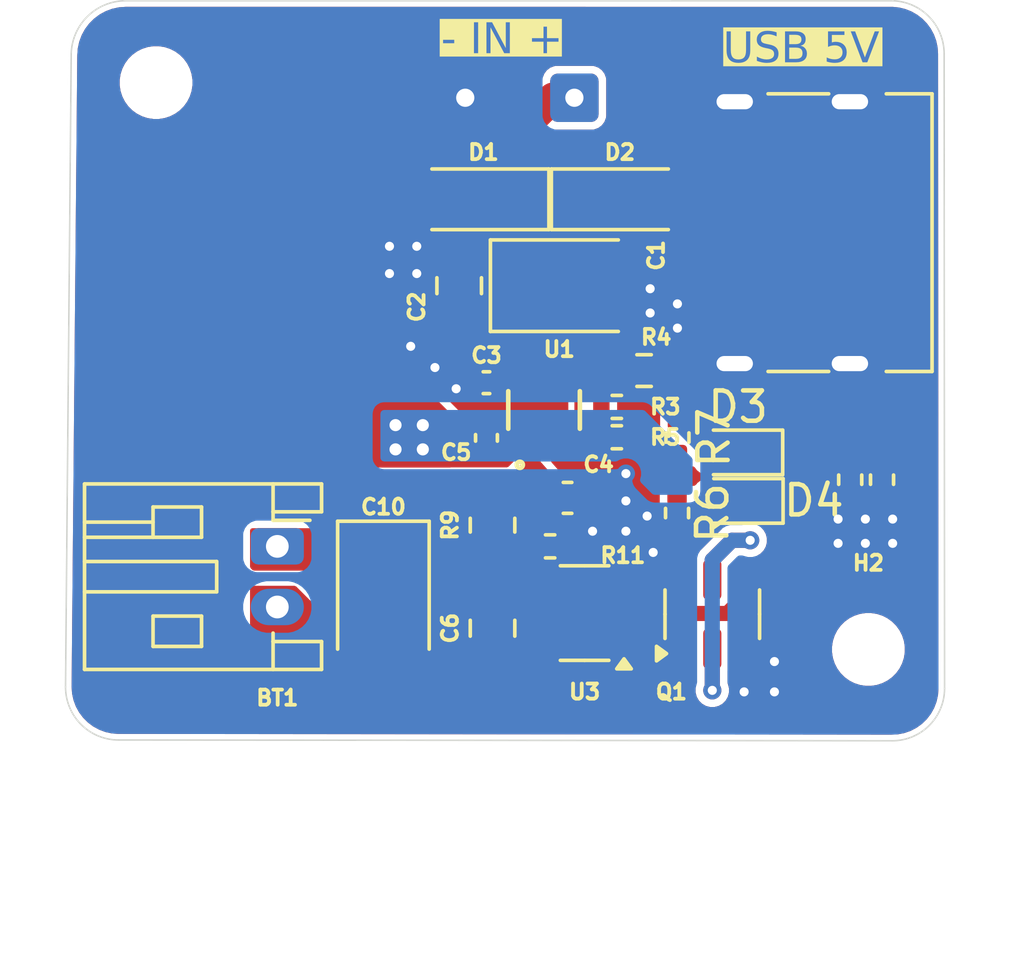
<source format=kicad_pcb>
(kicad_pcb (version 20241229) (generator "pcbnew") (generator_version "9.0")
  (layers (0 "F.Cu" signal) (4 "In1.Cu" power) (6 "In2.Cu" signal) (2 "B.Cu" signal) (13 "F.Paste" user) (15 "B.Paste" user) (5 "F.SilkS" user "F.Silkscreen") (7 "B.SilkS" user "B.Silkscreen") (1 "F.Mask" user) (3 "B.Mask" user) (25 "Edge.Cuts" user))
  (net 0 "")
  (net 1 "-BATT")
  (net 2 "/Solar+")
  (net 3 "VIN")
  (net 4 "GND")
  (net 5 "/ILIM")
  (net 6 "/VBUS")
  (net 7 "/ISET")
  (net 8 "/TS{slash}MR")
  (net 9 "/STAT1")
  (net 10 "VSYS")
  (net 11 "/STAT2")
  (net 12 "/VCC")
  (net 13 "+BATT")
  (net 14 "/CS")
  (net 15 "Net-(J2-CC1)")
  (net 16 "Net-(J2-CC2)")
  (net 17 "Net-(Q1-D1{slash}D2-Pad2)")
  (net 18 "Net-(Q1-G2)")
  (net 19 "Net-(Q1-G1)")
  (net 21 "Net-(D3-A)")
  (net 22 "Net-(D4-A)")
  (footprint "Resistor_SMD:R_0402_1005Metric" (layer "F.Cu") (at 203.2 120.1)
    (property "Reference" "R5" (at 1.6 0 0) (layer "F.SilkS") (effects (font (size 0.5 0.5))))
    (property "Value" "10k")
    (fp_line (start -0.153641 -0.38) (end 0.153641 -0.38) (stroke (width 0.12)) (layer "F.SilkS"))
    (fp_line (start -0.153641 0.38) (end 0.153641 0.38) (stroke (width 0.12)) (layer "F.SilkS"))
    (pad "1" smd roundrect (at -0.51 0) (size 0.54 0.64) (layers "F.Cu" "F.Mask" "F.Paste") (net 8 "/TS{slash}MR"))
    (pad "2" smd roundrect (at 0.51 0) (size 0.54 0.64) (layers "F.Cu" "F.Mask" "F.Paste") (net 4 "GND"))
  )
  (footprint "Capacitor_Tantalum_SMD:CP_EIA-3528-21_Kemet-B" (layer "F.Cu") (at 201.5 115.1)
    (property "Reference" "C1" (at 3 -1 90) (layer "F.SilkS") (effects (font (size 0.5 0.5))))
    (property "Value" "100u")
    (fp_line (start -2.47 -1.51) (end -2.47 1.51) (stroke (width 0.12)) (layer "F.SilkS"))
    (fp_line (start -2.47 1.51) (end 1.75 1.51) (stroke (width 0.12)) (layer "F.SilkS"))
    (fp_line (start 1.75 -1.51) (end -2.47 -1.51) (stroke (width 0.12)) (layer "F.SilkS"))
    (pad "1" smd roundrect (at -1.54 0) (size 1.34 2.39) (layers "F.Cu" "F.Mask" "F.Paste") (roundrect_rratio 0.186567) (net 3 "VIN"))
    (pad "2" smd roundrect (at 1.54 0) (size 1.34 2.39) (layers "F.Cu" "F.Mask" "F.Paste") (roundrect_rratio 0.186567) (net 4 "GND"))
  )
  (footprint "Diode_SMD:D_SOD-123F" (layer "F.Cu") (at 203.25 112.25)
    (property "Reference" "D2" (at 0.05 -1.55 0) (layer "F.SilkS") (effects (font (size 0.5 0.5))))
    (property "Value" "DSL34")
    (fp_line (start -2.21 -1) (end -2.21 1) (stroke (width 0.12)) (layer "F.SilkS"))
    (fp_line (start -2.21 -1) (end 1.65 -1) (stroke (width 0.12)) (layer "F.SilkS"))
    (fp_line (start -2.21 1) (end 1.65 1) (stroke (width 0.12)) (layer "F.SilkS"))
    (pad "1" smd roundrect (at -1.4 0) (size 1.1 1.1) (layers "F.Cu" "F.Mask" "F.Paste") (roundrect_rratio 0.2272727273) (net 3 "VIN"))
    (pad "2" smd roundrect (at 1.4 0) (size 1.1 1.1) (layers "F.Cu" "F.Mask" "F.Paste") (roundrect_rratio 0.2272727273) (net 6 "/VBUS"))
  )
  (footprint "Connector_Wire:SolderWire-0.1sqmm_1x02_P3.6mm_D0.4mm_OD1mm" (layer "F.Cu") (at 201.8 108.9 180)
    (property "Reference" "J1" (hide yes))
    (property "Value" "~")
    (pad "1" thru_hole roundrect (at 0 0 180) (size 1.6 1.6) (drill 0.6) (layers "*.Cu" "*.Mask") (roundrect_rratio 0.15625) (net 2 "/Solar+"))
    (pad "2" thru_hole circle (at 3.6 0 180) (size 1.6 1.6) (drill 0.6) (layers "*.Cu" "*.Mask") (net 4 "GND"))
  )
  (footprint "Diode_SMD:D_SOD-123F" (layer "F.Cu") (at 198.75 112.25 180)
    (property "Reference" "D1" (at -0.05 1.55 0) (layer "F.SilkS") (effects (font (size 0.5 0.5))))
    (property "Value" "DSL34")
    (fp_line (start -2.21 1) (end 1.65 1) (stroke (width 0.12)) (layer "F.SilkS"))
    (fp_line (start -2.21 -1) (end 1.65 -1) (stroke (width 0.12)) (layer "F.SilkS"))
    (fp_line (start -2.21 -1) (end -2.21 1) (stroke (width 0.12)) (layer "F.SilkS"))
    (pad "1" smd roundrect (at -1.4 0 180) (size 1.1 1.1) (layers "F.Cu" "F.Mask" "F.Paste") (roundrect_rratio 0.2272727273) (net 3 "VIN"))
    (pad "2" smd roundrect (at 1.4 0 180) (size 1.1 1.1) (layers "F.Cu" "F.Mask" "F.Paste") (roundrect_rratio 0.2272727273) (net 2 "/Solar+"))
  )
  (footprint "LED_SMD:LED_0603_1608Metric" (layer "F.Cu") (at 207.2 122.2 180)
    (property "Reference" "D4" (at -2.5 0.01 0) (layer "F.SilkS"))
    (property "Value" "KT-0603Y2")
    (fp_line (start 0.8 -0.735) (end -1.485 -0.735) (stroke (width 0.12)) (layer "F.SilkS"))
    (fp_line (start -1.485 0.735) (end 0.8 0.735) (stroke (width 0.12)) (layer "F.SilkS"))
    (fp_line (start -1.485 -0.735) (end -1.485 0.735) (stroke (width 0.12)) (layer "F.SilkS"))
    (pad "1" smd roundrect (at -0.7875 0 180) (size 0.875 0.95) (layers "F.Cu" "F.Mask" "F.Paste") (net 11 "/STAT2"))
    (pad "2" smd roundrect (at 0.7875 0 180) (size 0.875 0.95) (layers "F.Cu" "F.Mask" "F.Paste") (net 22 "Net-(D4-A)"))
  )
  (footprint "Resistor_SMD:R_0603_1608Metric" (layer "F.Cu") (at 204.1 117.9)
    (property "Reference" "R4" (at 0.4 -1.1 180) (layer "F.SilkS") (effects (font (size 0.5 0.5))))
    (property "Value" "620")
    (fp_line (start -0.237258 -0.5225) (end 0.237258 -0.5225) (stroke (width 0.12)) (layer "F.SilkS"))
    (fp_line (start -0.237258 0.5225) (end 0.237258 0.5225) (stroke (width 0.12)) (layer "F.SilkS"))
    (pad "1" smd roundrect (at -0.825 0) (size 0.8 0.95) (layers "F.Cu" "F.Mask" "F.Paste") (net 7 "/ISET"))
    (pad "2" smd roundrect (at 0.825 0) (size 0.8 0.95) (layers "F.Cu" "F.Mask" "F.Paste") (net 4 "GND"))
  )
  (footprint "LED_SMD:LED_0603_1608Metric" (layer "F.Cu") (at 207.1875 120.6 180)
    (property "Reference" "D3" (at -0.0125 1.5 0) (layer "F.SilkS"))
    (property "Value" "KT-0603W")
    (fp_line (start 0.8 -0.735) (end -1.485 -0.735) (stroke (width 0.12)) (layer "F.SilkS"))
    (fp_line (start -1.485 0.735) (end 0.8 0.735) (stroke (width 0.12)) (layer "F.SilkS"))
    (fp_line (start -1.485 -0.735) (end -1.485 0.735) (stroke (width 0.12)) (layer "F.SilkS"))
    (pad "1" smd roundrect (at -0.7875 0 180) (size 0.875 0.95) (layers "F.Cu" "F.Mask" "F.Paste") (net 9 "/STAT1"))
    (pad "2" smd roundrect (at 0.7875 0 180) (size 0.875 0.95) (layers "F.Cu" "F.Mask" "F.Paste") (net 21 "Net-(D3-A)"))
  )
  (footprint "Resistor_SMD:R_0402_1005Metric" (layer "F.Cu") (at 205.1875 122.6 -90)
    (property "Reference" "R6" (at 0 -1.17 90) (layer "F.SilkS"))
    (property "Value" "510")
    (fp_line (start -0.153641 0.38) (end 0.153641 0.38) (stroke (width 0.12)) (layer "F.SilkS"))
    (fp_line (start -0.153641 -0.38) (end 0.153641 -0.38) (stroke (width 0.12)) (layer "F.SilkS"))
    (pad "1" smd roundrect (at -0.51 0 270) (size 0.54 0.64) (layers "F.Cu" "F.Mask" "F.Paste") (net 10 "VSYS"))
    (pad "2" smd roundrect (at 0.51 0 270) (size 0.54 0.64) (layers "F.Cu" "F.Mask" "F.Paste") (net 22 "Net-(D4-A)"))
  )
  (footprint "Snapeda:WSON10_DLH_TEX-L" (layer "F.Cu") (at 200.8 119.2 90)
    (property "Reference" "U1" (at 2 0.5 0) (layer "F.SilkS") (effects (font (size 0.5 0.5))))
    (property "Value" "BQ25185")
    (fp_line (start 0.619403 -1.1811) (end -0.619403 -1.1811) (stroke (width 0.1524)) (layer "F.SilkS"))
    (fp_line (start -0.619403 1.1811) (end 0.619403 1.1811) (stroke (width 0.1524)) (layer "F.SilkS"))
    (fp_circle (center -1.80975 -0.8001) (end -1.70815 -0.8001) (stroke (width 0.1524)) (fill no) (layer "F.SilkS"))
    (pad "1" smd rect (at -1.0795 -0.8001 90) (size 0.5588 0.2032) (layers "F.Cu" "F.Mask" "F.Paste") (net 10 "VSYS"))
    (pad "2" smd rect (at -1.0795 -0.40005 90) (size 0.5588 0.2032) (layers "F.Cu" "F.Mask" "F.Paste") (net 13 "+BATT"))
    (pad "3" smd rect (at -1.0795 0 90) (size 0.5588 0.2032) (layers "F.Cu" "F.Mask" "F.Paste") (net 11 "/STAT2"))
    (pad "4" smd rect (at -1.0795 0.40005 90) (size 0.5588 0.2032) (layers "F.Cu" "F.Mask" "F.Paste") (net 4 "GND"))
    (pad "5" smd rect (at -1.0795 0.8001 90) (size 0.5588 0.2032) (layers "F.Cu" "F.Mask" "F.Paste") (net 4 "GND"))
    (pad "6" smd rect (at 1.0795 0.8001 90) (size 0.5588 0.2032) (layers "F.Cu" "F.Mask" "F.Paste") (net 8 "/TS{slash}MR"))
    (pad "7" smd rect (at 1.0795 0.40005 90) (size 0.5588 0.2032) (layers "F.Cu" "F.Mask" "F.Paste") (net 5 "/ILIM"))
    (pad "8" smd rect (at 1.0795 0 90) (size 0.5588 0.2032) (layers "F.Cu" "F.Mask" "F.Paste") (net 7 "/ISET"))
    (pad "9" smd rect (at 1.0795 -0.40005 90) (size 0.5588 0.2032) (layers "F.Cu" "F.Mask" "F.Paste") (net 9 "/STAT1"))
    (pad "10" smd rect (at 1.0795 -0.8001 90) (size 0.5588 0.2032) (layers "F.Cu" "F.Mask" "F.Paste") (net 3 "VIN"))
    (pad "11" smd rect (at 0 0 90) (size 0.9906 1.6002) (layers "F.Cu" "F.Mask" "F.Paste") (net 4 "GND"))
  )
  (footprint "Resistor_SMD:R_0402_1005Metric" (layer "F.Cu") (at 211.95 121.5 -90)
    (property "Reference" "R1" (hide yes))
    (property "Value" "5.1k" (hide yes))
    (fp_line (start -0.153641 0.38) (end 0.153641 0.38) (stroke (width 0.12)) (layer "F.SilkS"))
    (fp_line (start -0.153641 -0.38) (end 0.153641 -0.38) (stroke (width 0.12)) (layer "F.SilkS"))
    (pad "1" smd roundrect (at -0.51 0 270) (size 0.54 0.64) (layers "F.Cu" "F.Mask" "F.Paste") (net 16 "Net-(J2-CC2)"))
    (pad "2" smd roundrect (at 0.51 0 270) (size 0.54 0.64) (layers "F.Cu" "F.Mask" "F.Paste") (net 4 "GND"))
  )
  (footprint "Resistor_SMD:R_0805_2012Metric" (layer "F.Cu") (at 199.1 123 -90)
    (property "Reference" "R9" (at 0 1.4 90) (layer "F.SilkS") (effects (font (size 0.5 0.5))))
    (property "Value" "100")
    (fp_line (start -0.227064 0.735) (end 0.227064 0.735) (stroke (width 0.12)) (layer "F.SilkS"))
    (fp_line (start -0.227064 -0.735) (end 0.227064 -0.735) (stroke (width 0.12)) (layer "F.SilkS"))
    (pad "1" smd roundrect (at -0.9125 0 270) (size 1.025 1.4) (layers "F.Cu" "F.Mask" "F.Paste") (roundrect_rratio 0.243902) (net 13 "+BATT"))
    (pad "2" smd roundrect (at 0.9125 0 270) (size 1.025 1.4) (layers "F.Cu" "F.Mask" "F.Paste") (roundrect_rratio 0.243902) (net 12 "/VCC"))
  )
  (footprint "Package_TO_SOT_SMD:SOT-23-6" (layer "F.Cu") (at 206.35 125.9375 90)
    (property "Reference" "Q1" (at -2.5625 -1.35 0) (layer "F.SilkS") (effects (font (size 0.5 0.5))))
    (property "Value" "HJ8205")
    (fp_line (start 0 -1.56) (end 0.8 -1.56) (stroke (width 0.12)) (layer "F.SilkS"))
    (fp_line (start 0 -1.56) (end -0.8 -1.56) (stroke (width 0.12)) (layer "F.SilkS"))
    (fp_line (start 0 1.56) (end 0.8 1.56) (stroke (width 0.12)) (layer "F.SilkS"))
    (fp_line (start 0 1.56) (end -0.8 1.56) (stroke (width 0.12)) (layer "F.SilkS"))
    (fp_poly (pts (xy -1.3 -1.51) (xy -1.54 -1.84) (xy -1.06 -1.84)) (stroke (width 0.12)) (fill yes) (layer "F.SilkS"))
    (pad "1" smd roundrect (at -1.1375 -0.95 90) (size 1.325 0.6) (layers "F.Cu" "F.Mask" "F.Paste") (net 1 "-BATT"))
    (pad "2" smd roundrect (at -1.1375 0 90) (size 1.325 0.6) (layers "F.Cu" "F.Mask" "F.Paste") (net 17 "Net-(Q1-D1{slash}D2-Pad2)"))
    (pad "3" smd roundrect (at -1.1375 0.95 90) (size 1.325 0.6) (layers "F.Cu" "F.Mask" "F.Paste") (net 4 "GND"))
    (pad "4" smd roundrect (at 1.1375 0.95 90) (size 1.325 0.6) (layers "F.Cu" "F.Mask" "F.Paste") (net 19 "Net-(Q1-G1)"))
    (pad "5" smd roundrect (at 1.1375 0 90) (size 1.325 0.6) (layers "F.Cu" "F.Mask" "F.Paste") (net 17 "Net-(Q1-D1{slash}D2-Pad2)"))
    (pad "6" smd roundrect (at 1.1375 -0.95 90) (size 1.325 0.6) (layers "F.Cu" "F.Mask" "F.Paste") (net 18 "Net-(Q1-G2)"))
  )
  (footprint "Capacitor_SMD:C_0805_2012Metric" (layer "F.Cu") (at 198 115.1 90)
    (property "Reference" "C2" (at -0.7 -1.4 90) (layer "F.SilkS") (effects (font (size 0.5 0.5))))
    (property "Value" "2.2u 25V")
    (fp_line (start -0.261252 -0.735) (end 0.261252 -0.735) (stroke (width 0.12)) (layer "F.SilkS"))
    (fp_line (start -0.261252 0.735) (end 0.261252 0.735) (stroke (width 0.12)) (layer "F.SilkS"))
    (pad "1" smd roundrect (at -0.95 0 90) (size 1 1.45) (layers "F.Cu" "F.Mask" "F.Paste") (net 3 "VIN"))
    (pad "2" smd roundrect (at 0.95 0 90) (size 1 1.45) (layers "F.Cu" "F.Mask" "F.Paste") (net 4 "GND"))
  )
  (footprint "Resistor_SMD:R_0402_1005Metric" (layer "F.Cu") (at 210.9 121.5 -90)
    (property "Reference" "R2" (hide yes))
    (property "Value" "5.1k" (hide yes))
    (fp_line (start -0.153641 0.38) (end 0.153641 0.38) (stroke (width 0.12)) (layer "F.SilkS"))
    (fp_line (start -0.153641 -0.38) (end 0.153641 -0.38) (stroke (width 0.12)) (layer "F.SilkS"))
    (pad "1" smd roundrect (at -0.51 0 270) (size 0.54 0.64) (layers "F.Cu" "F.Mask" "F.Paste") (net 15 "Net-(J2-CC1)"))
    (pad "2" smd roundrect (at 0.51 0 270) (size 0.54 0.64) (layers "F.Cu" "F.Mask" "F.Paste") (net 4 "GND"))
  )
  (footprint "Resistor_SMD:R_0402_1005Metric" (layer "F.Cu") (at 205.2 120.11 90)
    (property "Reference" "R7" (at 0 1.2 90) (layer "F.SilkS"))
    (property "Value" "300")
    (fp_line (start -0.153641 -0.38) (end 0.153641 -0.38) (stroke (width 0.12)) (layer "F.SilkS"))
    (fp_line (start -0.153641 0.38) (end 0.153641 0.38) (stroke (width 0.12)) (layer "F.SilkS"))
    (pad "1" smd roundrect (at -0.51 0 90) (size 0.54 0.64) (layers "F.Cu" "F.Mask" "F.Paste") (net 10 "VSYS"))
    (pad "2" smd roundrect (at 0.51 0 90) (size 0.54 0.64) (layers "F.Cu" "F.Mask" "F.Paste") (net 21 "Net-(D3-A)"))
  )
  (footprint "Capacitor_SMD:C_0603_1608Metric" (layer "F.Cu") (at 201.575 122.1)
    (property "Reference" "C4" (at 1.025 -1.1 180) (layer "F.SilkS") (effects (font (size 0.5 0.5))))
    (property "Value" "1u 35V")
    (fp_line (start -0.14058 -0.51) (end 0.14058 -0.51) (stroke (width 0.12)) (layer "F.SilkS"))
    (fp_line (start -0.14058 0.51) (end 0.14058 0.51) (stroke (width 0.12)) (layer "F.SilkS"))
    (pad "1" smd roundrect (at -0.775 0) (size 0.9 0.95) (layers "F.Cu" "F.Mask" "F.Paste") (net 13 "+BATT"))
    (pad "2" smd roundrect (at 0.775 0) (size 0.9 0.95) (layers "F.Cu" "F.Mask" "F.Paste") (net 4 "GND"))
  )
  (footprint "Capacitor_SMD:C_0402_1005Metric" (layer "F.Cu") (at 198.9 120.12 90)
    (property "Reference" "C5" (at -0.48 -1 180) (layer "F.SilkS") (effects (font (size 0.5 0.5))))
    (property "Value" "10p 10V")
    (fp_line (start -0.107836 -0.36) (end 0.107836 -0.36) (stroke (width 0.12)) (layer "F.SilkS"))
    (fp_line (start -0.107836 0.36) (end 0.107836 0.36) (stroke (width 0.12)) (layer "F.SilkS"))
    (pad "1" smd roundrect (at -0.48 0 90) (size 0.56 0.62) (layers "F.Cu" "F.Mask" "F.Paste") (net 10 "VSYS"))
    (pad "2" smd roundrect (at 0.48 0 90) (size 0.56 0.62) (layers "F.Cu" "F.Mask" "F.Paste") (net 4 "GND"))
  )
  (footprint "Package_TO_SOT_SMD:SOT-23-6" (layer "F.Cu") (at 202.1375 125.9 180)
    (property "Reference" "U3" (at 0 -2.6 0) (layer "F.SilkS") (effects (font (size 0.5 0.5))))
    (property "Value" "DW01A - C686633")
    (fp_line (start 0 1.56) (end 0.8 1.56) (stroke (width 0.12)) (layer "F.SilkS"))
    (fp_line (start 0 1.56) (end -0.8 1.56) (stroke (width 0.12)) (layer "F.SilkS"))
    (fp_line (start 0 -1.56) (end 0.8 -1.56) (stroke (width 0.12)) (layer "F.SilkS"))
    (fp_line (start 0 -1.56) (end -0.8 -1.56) (stroke (width 0.12)) (layer "F.SilkS"))
    (fp_poly (pts (xy -1.3 -1.51) (xy -1.54 -1.84) (xy -1.06 -1.84)) (stroke (width 0.12)) (fill yes) (layer "F.SilkS"))
    (pad "1" smd roundrect (at -1.1375 -0.95 180) (size 1.325 0.6) (layers "F.Cu" "F.Mask" "F.Paste") (net 19 "Net-(Q1-G1)"))
    (pad "2" smd roundrect (at -1.1375 0 180) (size 1.325 0.6) (layers "F.Cu" "F.Mask" "F.Paste") (net 14 "/CS"))
    (pad "3" smd roundrect (at -1.1375 0.95 180) (size 1.325 0.6) (layers "F.Cu" "F.Mask" "F.Paste") (net 18 "Net-(Q1-G2)"))
    (pad "4" smd roundrect (at 1.1375 0.95 180) (size 1.325 0.6) (layers "F.Cu" "F.Mask" "F.Paste"))
    (pad "5" smd roundrect (at 1.1375 0 180) (size 1.325 0.6) (layers "F.Cu" "F.Mask" "F.Paste") (net 12 "/VCC"))
    (pad "6" smd roundrect (at 1.1375 -0.95 180) (size 1.325 0.6) (layers "F.Cu" "F.Mask" "F.Paste") (net 1 "-BATT"))
  )
  (footprint "MountingHole:MountingHole_2.2mm_M2_DIN965" (layer "F.Cu") (at 188 108.4)
    (property "Reference" "H1" (hide yes))
    (property "Value" "MountingHole")
    (pad "" np_thru_hole circle (at 0 0) (size 2.2 2.2) (drill 2.2) (layers "*.Cu" "*.Mask"))
  )
  (footprint "Resistor_SMD:R_0402_1005Metric" (layer "F.Cu") (at 203.2 119.1)
    (property "Reference" "R3" (at 1.6 0 0) (layer "F.SilkS") (effects (font (size 0.5 0.5))))
    (property "Value" "18k")
    (fp_line (start -0.153641 -0.38) (end 0.153641 -0.38) (stroke (width 0.12)) (layer "F.SilkS"))
    (fp_line (start -0.153641 0.38) (end 0.153641 0.38) (stroke (width 0.12)) (layer "F.SilkS"))
    (pad "1" smd roundrect (at -0.51 0) (size 0.54 0.64) (layers "F.Cu" "F.Mask" "F.Paste") (net 5 "/ILIM"))
    (pad "2" smd roundrect (at 0.51 0) (size 0.54 0.64) (layers "F.Cu" "F.Mask" "F.Paste") (net 4 "GND"))
  )
  (footprint "Connector_USB:USB_C_Receptacle_HRO_TYPE-C-31-M-17" (layer "F.Cu") (at 210.09 113.35 90)
    (property "Reference" "J2" (hide yes))
    (property "Value" "UKDBBTAAA" (hide yes))
    (fp_line (start 4.58 -1.9) (end 4.58 0.1) (stroke (width 0.12)) (layer "F.SilkS"))
    (fp_line (start -4.58 -1.9) (end -4.58 0.1) (stroke (width 0.12)) (layer "F.SilkS"))
    (fp_line (start 4.58 2) (end 4.58 3.51) (stroke (width 0.12)) (layer "F.SilkS"))
    (fp_line (start -4.58 2) (end -4.58 3.51) (stroke (width 0.12)) (layer "F.SilkS"))
    (fp_line (start -4.58 3.51) (end 4.58 3.51) (stroke (width 0.12)) (layer "F.SilkS"))
    (pad "A5" smd roundrect (at -0.5 -3.18 90) (size 0.7 1.6) (layers "F.Cu" "F.Mask" "F.Paste") (net 15 "Net-(J2-CC1)"))
    (pad "A9" smd roundrect (at 1.52 -3.18 90) (size 0.8 1.6) (layers "F.Cu" "F.Mask" "F.Paste") (net 6 "/VBUS"))
    (pad "A12" smd roundrect (at 2.75 -3.18 90) (size 0.9 1.6) (layers "F.Cu" "F.Mask" "F.Paste") (net 4 "GND"))
    (pad "B5" smd roundrect (at 0.5 -3.18 90) (size 0.7 1.6) (layers "F.Cu" "F.Mask" "F.Paste") (net 16 "Net-(J2-CC2)"))
    (pad "B9" smd roundrect (at -1.52 -3.18 90) (size 0.8 1.6) (layers "F.Cu" "F.Mask" "F.Paste") (net 6 "/VBUS"))
    (pad "B12" smd roundrect (at -2.75 -3.18 90) (size 0.9 1.6) (layers "F.Cu" "F.Mask" "F.Paste") (net 4 "GND"))
    (pad "S1" thru_hole oval (at -4.32 -3 90) (size 1 1.7) (drill oval 0.5 1.2) (property pad_prop_heatsink) (layers "*.Cu" "*.Mask") (net 4 "GND"))
    (pad "S1" thru_hole oval (at -4.32 0.8 90) (size 1 1.7) (drill oval 0.5 1.2) (property pad_prop_heatsink) (layers "*.Cu" "*.Mask") (net 4 "GND"))
    (pad "S1" thru_hole oval (at 4.32 -3 90) (size 1 1.7) (drill oval 0.5 1.2) (property pad_prop_heatsink) (layers "*.Cu" "*.Mask") (net 4 "GND"))
    (pad "S1" thru_hole oval (at 4.32 0.8 90) (size 1 1.7) (drill oval 0.5 1.2) (property pad_prop_heatsink) (layers "*.Cu" "*.Mask") (net 4 "GND"))
  )
  (footprint "Capacitor_Tantalum_SMD:CP_EIA-3528-21_Kemet-B" (layer "F.Cu") (at 195.5 125.34 -90)
    (property "Reference" "C10" (at -2.94 0 180) (layer "F.SilkS") (effects (font (size 0.5 0.5))))
    (property "Value" "100u")
    (fp_line (start -2.47 1.51) (end 1.75 1.51) (stroke (width 0.12)) (layer "F.SilkS"))
    (fp_line (start -2.47 -1.51) (end -2.47 1.51) (stroke (width 0.12)) (layer "F.SilkS"))
    (fp_line (start 1.75 -1.51) (end -2.47 -1.51) (stroke (width 0.12)) (layer "F.SilkS"))
    (pad "1" smd roundrect (at -1.54 0 270) (size 1.34 2.39) (layers "F.Cu" "F.Mask" "F.Paste") (roundrect_rratio 0.186567) (net 13 "+BATT"))
    (pad "2" smd roundrect (at 1.54 0 270) (size 1.34 2.39) (layers "F.Cu" "F.Mask" "F.Paste") (roundrect_rratio 0.186567) (net 1 "-BATT"))
  )
  (footprint "Capacitor_SMD:C_0805_2012Metric" (layer "F.Cu") (at 199.1 126.4 -90)
    (property "Reference" "C6" (at 0 1.4 270) (layer "F.SilkS") (effects (font (size 0.5 0.5))))
    (property "Value" "100n")
    (fp_line (start -0.261252 0.735) (end 0.261252 0.735) (stroke (width 0.12)) (layer "F.SilkS"))
    (fp_line (start -0.261252 -0.735) (end 0.261252 -0.735) (stroke (width 0.12)) (layer "F.SilkS"))
    (pad "1" smd roundrect (at -0.95 0 270) (size 1 1.45) (layers "F.Cu" "F.Mask" "F.Paste") (net 12 "/VCC"))
    (pad "2" smd roundrect (at 0.95 0 270) (size 1 1.45) (layers "F.Cu" "F.Mask" "F.Paste") (net 1 "-BATT"))
  )
  (footprint "Resistor_SMD:R_0402_1005Metric" (layer "F.Cu") (at 201 123.7)
    (property "Reference" "R11" (at 2.4 0.3 0) (layer "F.SilkS") (effects (font (size 0.5 0.5))))
    (property "Value" "1k")
    (fp_line (start -0.153641 -0.38) (end 0.153641 -0.38) (stroke (width 0.12)) (layer "F.SilkS"))
    (fp_line (start -0.153641 0.38) (end 0.153641 0.38) (stroke (width 0.12)) (layer "F.SilkS"))
    (pad "1" smd roundrect (at -0.51 0) (size 0.54 0.64) (layers "F.Cu" "F.Mask" "F.Paste") (net 4 "GND"))
    (pad "2" smd roundrect (at 0.51 0) (size 0.54 0.64) (layers "F.Cu" "F.Mask" "F.Paste") (net 14 "/CS"))
  )
  (footprint "Capacitor_SMD:C_0402_1005Metric" (layer "F.Cu") (at 198.9 118.3 180)
    (property "Reference" "C3" (at 0 0.9 180) (layer "F.SilkS") (effects (font (size 0.5 0.5))))
    (property "Value" "0.1u 25V")
    (fp_line (start -0.107836 0.36) (end 0.107836 0.36) (stroke (width 0.12)) (layer "F.SilkS"))
    (fp_line (start -0.107836 -0.36) (end 0.107836 -0.36) (stroke (width 0.12)) (layer "F.SilkS"))
    (pad "1" smd roundrect (at -0.48 0 180) (size 0.56 0.62) (layers "F.Cu" "F.Mask" "F.Paste") (net 3 "VIN"))
    (pad "2" smd roundrect (at 0.48 0 180) (size 0.56 0.62) (layers "F.Cu" "F.Mask" "F.Paste") (net 4 "GND"))
  )
  (footprint "Connector_JST:JST_PH_S2B-PH-K_1x02_P2.00mm_Horizontal" (layer "F.Cu") (at 192 123.7 -90)
    (property "Reference" "BT1" (at 5 0 180) (layer "F.SilkS") (effects (font (size 0.5 0.5))))
    (property "Value" "Battery_Cell")
    (fp_line (start -2.06 6.36) (end 4.06 6.36) (stroke (width 0.12)) (layer "F.SilkS"))
    (fp_line (start 0.5 6.36) (end 0.5 2) (stroke (width 0.12)) (layer "F.SilkS"))
    (fp_line (start 4.06 6.36) (end 4.06 -1.46) (stroke (width 0.12)) (layer "F.SilkS"))
    (fp_line (start -1.3 4.1) (end -0.3 4.1) (stroke (width 0.12)) (layer "F.SilkS"))
    (fp_line (start -0.8 4.1) (end -0.8 6.36) (stroke (width 0.12)) (layer "F.SilkS"))
    (fp_line (start -0.3 4.1) (end -0.3 6.36) (stroke (width 0.12)) (layer "F.SilkS"))
    (fp_line (start -0.3 4.1) (end -0.3 2.5) (stroke (width 0.12)) (layer "F.SilkS"))
    (fp_line (start 2.3 4.1) (end 2.3 2.5) (stroke (width 0.12)) (layer "F.SilkS"))
    (fp_line (start 3.3 4.1) (end 2.3 4.1) (stroke (width 0.12)) (layer "F.SilkS"))
    (fp_line (start -1.3 2.5) (end -1.3 4.1) (stroke (width 0.12)) (layer "F.SilkS"))
    (fp_line (start -0.3 2.5) (end -1.3 2.5) (stroke (width 0.12)) (layer "F.SilkS"))
    (fp_line (start 2.3 2.5) (end 3.3 2.5) (stroke (width 0.12)) (layer "F.SilkS"))
    (fp_line (start 3.3 2.5) (end 3.3 4.1) (stroke (width 0.12)) (layer "F.SilkS"))
    (fp_line (start 0.5 2) (end 1.5 2) (stroke (width 0.12)) (layer "F.SilkS"))
    (fp_line (start 1.5 2) (end 1.5 6.36) (stroke (width 0.12)) (layer "F.SilkS"))
    (fp_line (start -2.06 0.14) (end -1.14 0.14) (stroke (width 0.12)) (layer "F.SilkS"))
    (fp_line (start -1.14 0.14) (end -1.14 -1.46) (stroke (width 0.12)) (layer "F.SilkS"))
    (fp_line (start -0.86 0.14) (end -1.14 0.14) (stroke (width 0.12)) (layer "F.SilkS"))
    (fp_line (start -0.86 0.14) (end -0.86 -1.075) (stroke (width 0.12)) (layer "F.SilkS"))
    (fp_line (start 3.14 0.14) (end 2.86 0.14) (stroke (width 0.12)) (layer "F.SilkS"))
    (fp_line (start 4.06 0.14) (end 3.14 0.14) (stroke (width 0.12)) (layer "F.SilkS"))
    (fp_line (start -2.06 -1.46) (end -2.06 6.36) (stroke (width 0.12)) (layer "F.SilkS"))
    (fp_line (start -1.14 -1.46) (end -2.06 -1.46) (stroke (width 0.12)) (layer "F.SilkS"))
    (fp_line (start 3.14 -1.46) (end 3.14 0.14) (stroke (width 0.12)) (layer "F.SilkS"))
    (fp_line (start 4.06 -1.46) (end 3.14 -1.46) (stroke (width 0.12)) (layer "F.SilkS"))
    (pad "1" thru_hole roundrect (at 0 0 270) (size 1.2 1.75) (drill 0.75) (layers "*.Cu" "*.Mask") (roundrect_rratio 0.208333) (net 13 "+BATT"))
    (pad "2" thru_hole oval (at 2 0 270) (size 1.2 1.75) (drill 0.75) (layers "*.Cu" "*.Mask") (net 1 "-BATT"))
  )
  (footprint "MountingHole:MountingHole_2.2mm_M2_DIN965" (layer "F.Cu") (at 211.5 127.1)
    (property "Reference" "H2" (at 0 -2.85 0) (layer "F.SilkS") (effects (font (size 0.5 0.5))))
    (property "Value" "MountingHole")
    (pad "" np_thru_hole circle (at 0 0) (size 2.2 2.2) (drill 2.2) (layers "*.Cu" "*.Mask"))
  )
  (gr_arc (start 214.012887 128.3875) (mid 213.489618 129.625332) (end 212.237138 130.1125) (stroke (width 0.05)) (layer "Edge.Cuts"))
  (gr_line (start 213.998554 107.449244) (end 214.012887 128.3875) (stroke (width 0.05)) (layer "Edge.Cuts"))
  (gr_arc (start 186.762862 130.0875) (mid 185.525425 129.574937) (end 185.012862 128.3375) (stroke (width 0.05)) (layer "Edge.Cuts"))
  (gr_line (start 212.237138 130.1125) (end 186.762862 130.0875) (stroke (width 0.05)) (layer "Edge.Cuts"))
  (gr_arc (start 212.3 105.7) (mid 213.504056 106.230127) (end 213.998567 107.449244) (stroke (width 0.05)) (layer "Edge.Cuts"))
  (gr_arc (start 185.2 107.5) (mid 185.727208 106.227208) (end 187 105.7) (stroke (width 0.05)) (layer "Edge.Cuts"))
  (gr_line (start 212.301433 105.700756) (end 187 105.7) (stroke (width 0.05)) (layer "Edge.Cuts"))
  (gr_line (start 185.2 107.5) (end 185.012862 128.3375) (stroke (width 0.05)) (layer "Edge.Cuts"))
  (gr_text "- IN +\n" (at 197.4 107.6 0) (layer "F.SilkS" knockout) (effects (font (size 1 1) (thickness 0.1)) (justify left bottom)))
  (gr_text "USB 5V" (at 206.7 107.9 0) (layer "F.SilkS" knockout) (effects (font (size 1 1) (thickness 0.1)) (justify left bottom)))
  (segment (start 201.8 108.9) (end 201.1 108.9) (width 1) (layer "F.Cu") (net 2))
  (segment (start 201.1 108.9) (end 197.75 112.25) (width 1) (layer "F.Cu") (net 2))
  (segment (start 197.75 112.25) (end 197.35 112.25) (width 1) (layer "F.Cu") (net 2))
  (via (at 205.2 116.5) (size 0.6) (drill 0.3) (layers "F.Cu" "B.Cu") (net 4))
  (via (at 203.5 121.3) (size 0.6) (drill 0.3) (layers "F.Cu" "B.Cu") (net 4))
  (via (at 208.4 128.5) (size 0.6) (drill 0.3) (layers "F.Cu" "B.Cu") (net 4))
  (via (at 207.4 128.5) (size 0.6) (drill 0.3) (layers "F.Cu" "B.Cu") (net 4))
  (via (at 203.5 123.2) (size 0.6) (drill 0.3) (layers "F.Cu" "B.Cu") (net 4))
  (via (at 204.3 116) (size 0.6) (drill 0.3) (layers "F.Cu" "B.Cu") (net 4))
  (via (at 211.4 122.8) (size 0.6) (drill 0.3) (layers "F.Cu" "B.Cu") (net 4))
  (via (at 210.5 122.8) (size 0.6) (drill 0.3) (layers "F.Cu" "B.Cu") (net 4))
  (via (at 210.5 123.6) (size 0.6) (drill 0.3) (layers "F.Cu" "B.Cu") (net 4))
  (via (at 195.7 113.8) (size 0.6) (drill 0.3) (layers "F.Cu" "B.Cu") (net 4))
  (via (at 203.5 122.2) (size 0.6) (drill 0.3) (layers "F.Cu" "B.Cu") (net 4))
  (via (at 212.3 122.8) (size 0.6) (drill 0.3) (layers "F.Cu" "B.Cu") (net 4))
  (via (at 196.4 117.1) (size 0.6) (drill 0.3) (layers "F.Cu" "B.Cu") (net 4))
  (via (at 196.6 114.7) (size 0.6) (drill 0.3) (layers "F.Cu" "B.Cu") (net 4))
  (via (at 212.3 123.6) (size 0.6) (drill 0.3) (layers "F.Cu" "B.Cu") (net 4))
  (via (at 197.2 117.8) (size 0.6) (drill 0.3) (layers "F.Cu" "B.Cu") (net 4))
  (via (at 211.4 123.6) (size 0.6) (drill 0.3) (layers "F.Cu" "B.Cu") (net 4))
  (via (at 204.4 123.9) (size 0.6) (drill 0.3) (layers "F.Cu" "B.Cu") (net 4))
  (via (at 202.4 123.2) (size 0.6) (drill 0.3) (layers "F.Cu" "B.Cu") (net 4))
  (via (at 196.6 113.8) (size 0.6) (drill 0.3) (layers "F.Cu" "B.Cu") (net 4))
  (via (at 195.7 114.7) (size 0.6) (drill 0.3) (layers "F.Cu" "B.Cu") (net 4))
  (via (at 204.2 122.7) (size 0.6) (drill 0.3) (layers "F.Cu" "B.Cu") (net 4))
  (via (at 205.2 115.7) (size 0.6) (drill 0.3) (layers "F.Cu" "B.Cu") (net 4))
  (via (at 197.9 118.5) (size 0.6) (drill 0.3) (layers "F.Cu" "B.Cu") (net 4))
  (via (at 208.4 127.5) (size 0.6) (drill 0.3) (layers "F.Cu" "B.Cu") (net 4))
  (via (at 204.3 115.2) (size 0.6) (drill 0.3) (layers "F.Cu" "B.Cu") (net 4))
  (segment (start 201.20005 117.58755) (end 201.20005 118.1205) (width 0.15) (layer "F.Cu") (net 5))
  (segment (start 202.69 119.1) (end 202.69 118.99) (width 0.15) (layer "F.Cu") (net 5))
  (segment (start 202.69 118.99) (end 202.3 118.6) (width 0.15) (layer "F.Cu") (net 5))
  (segment (start 202.3 118.6) (end 202.3 117.7) (width 0.15) (layer "F.Cu") (net 5))
  (segment (start 201.2876 117.5) (end 201.20005 117.58755) (width 0.15) (layer "F.Cu") (net 5))
  (segment (start 202.3 117.7) (end 202.1 117.5) (width 0.15) (layer "F.Cu") (net 5))
  (segment (start 202.1 117.5) (end 201.2876 117.5) (width 0.15) (layer "F.Cu") (net 5))
  (segment (start 204.65 113.456924) (end 204.65 112.25) (width 0.75) (layer "F.Cu") (net 6))
  (segment (start 205.07 111.83) (end 204.65 112.25) (width 0.75) (layer "F.Cu") (net 6))
  (segment (start 206.91 111.83) (end 205.07 111.83) (width 0.75) (layer "F.Cu") (net 6))
  (segment (start 206.063076 114.87) (end 204.65 113.456924) (width 0.75) (layer "F.Cu") (net 6))
  (segment (start 206.91 114.87) (end 206.063076 114.87) (width 0.75) (layer "F.Cu") (net 6))
  (segment (start 203.275 117.9) (end 203.275 117.575) (width 0.15) (layer "F.Cu") (net 7))
  (segment (start 201.194449 117.2) (end 200.8 117.594449) (width 0.15) (layer "F.Cu") (net 7))
  (segment (start 203.275 117.575) (end 202.9 117.2) (width 0.15) (layer "F.Cu") (net 7))
  (segment (start 200.8 117.594449) (end 200.8 118.1205) (width 0.15) (layer "F.Cu") (net 7))
  (segment (start 202.9 117.2) (end 201.194449 117.2) (width 0.15) (layer "F.Cu") (net 7))
  (segment (start 201.8761 119.2861) (end 201.8761 118.3965) (width 0.15) (layer "F.Cu") (net 8))
  (segment (start 202.69 120.1) (end 201.8761 119.2861) (width 0.15) (layer "F.Cu") (net 8))
  (segment (start 201.8761 118.3965) (end 201.6001 118.1205) (width 0.15) (layer "F.Cu") (net 8))
  (via (at 196.8 120.5) (size 0.7) (drill 0.4) (layers "F.Cu" "B.Cu") (net 10))
  (via (at 195.9 120.5) (size 0.7) (drill 0.4) (layers "F.Cu" "B.Cu") (net 10))
  (via (at 195.9 119.7) (size 0.7) (drill 0.4) (layers "F.Cu" "B.Cu") (net 10))
  (via (at 196.8 119.7) (size 0.7) (drill 0.4) (layers "F.Cu" "B.Cu") (net 10))
  (segment (start 199.1 123.9125) (end 199.1 125.45) (width 0.75) (layer "F.Cu") (net 12))
  (segment (start 199.1 125.45) (end 199.55 125.9) (width 0.75) (layer "F.Cu") (net 12))
  (segment (start 199.55 125.9) (end 201 125.9) (width 0.75) (layer "F.Cu") (net 12))
  (segment (start 192.1 123.8) (end 192 123.7) (width 1) (layer "F.Cu") (net 13))
  (segment (start 202.0135 124.2035) (end 201.51 123.7) (width 0.3) (layer "F.Cu") (net 14))
  (segment (start 203.275 125.9) (end 202.612501 125.9) (width 0.3) (layer "F.Cu") (net 14))
  (segment (start 202.0135 125.300999) (end 202.0135 124.2035) (width 0.3) (layer "F.Cu") (net 14))
  (segment (start 202.612501 125.9) (end 202.0135 125.300999) (width 0.3) (layer "F.Cu") (net 14))
  (segment (start 209 119.09) (end 210.9 120.99) (width 0.3) (layer "F.Cu") (net 15))
  (segment (start 207.71 113.85) (end 209 115.14) (width 0.3) (layer "F.Cu") (net 15))
  (segment (start 209 115.14) (end 209 119.09) (width 0.3) (layer "F.Cu") (net 15))
  (segment (start 206.91 113.85) (end 207.71 113.85) (width 0.3) (layer "F.Cu") (net 15))
  (segment (start 209.45 112.85) (end 212.6 116) (width 0.3) (layer "F.Cu") (net 16))
  (segment (start 212.6 116) (end 212.6 120.34) (width 0.3) (layer "F.Cu") (net 16))
  (segment (start 206.91 112.85) (end 209.45 112.85) (width 0.3) (layer "F.Cu") (net 16))
  (segment (start 212.6 120.34) (end 211.95 120.99) (width 0.3) (layer "F.Cu") (net 16))
  (segment (start 206.35 124.15) (end 206.35 124.8) (width 0.5) (layer "F.Cu") (net 17))
  (segment (start 206.35 128.45) (end 206.35 127.075) (width 0.5) (layer "F.Cu") (net 17))
  (segment (start 207.6 123.5) (end 207 123.5) (width 0.5) (layer "F.Cu") (net 17))
  (segment (start 207 123.5) (end 206.35 124.15) (width 0.5) (layer "F.Cu") (net 17))
  (via (at 207.6 123.5) (size 0.6) (drill 0.3) (layers "F.Cu" "B.Cu") (net 17))
  (via (at 206.35 128.45) (size 0.6) (drill 0.3) (layers "F.Cu" "B.Cu") (net 17))
  (segment (start 206.35 124.15) (end 206.35 128.45) (width 0.5) (layer "B.Cu") (net 17))
  (segment (start 207.6 123.5) (end 207 123.5) (width 0.5) (layer "B.Cu") (net 17))
  (segment (start 207 123.5) (end 206.35 124.15) (width 0.5) (layer "B.Cu") (net 17))
  (segment (start 203.275 124.95) (end 205.25 124.95) (width 0.5) (layer "F.Cu") (net 18))
  (segment (start 205.25 124.95) (end 205.4 124.8) (width 0.5) (layer "F.Cu") (net 18))
  (segment (start 206.848999 125.9135) (end 207.3 125.462499) (width 0.5) (layer "F.Cu") (net 19))
  (segment (start 207.3 125.462499) (end 207.3 124.8) (width 0.5) (layer "F.Cu") (net 19))
  (segment (start 204.9865 125.9135) (end 206.848999 125.9135) (width 0.5) (layer "F.Cu") (net 19))
  (segment (start 203.275 126.85) (end 204.05 126.85) (width 0.5) (layer "F.Cu") (net 19))
  (segment (start 204.05 126.85) (end 204.9865 125.9135) (width 0.5) (layer "F.Cu") (net 19))
  (segment (start 205.4 119.6) (end 206.4 120.6) (width 0.3) (layer "F.Cu") (net 21))
  (segment (start 205.2 119.6) (end 205.4 119.6) (width 0.3) (layer "F.Cu") (net 21))
  (segment (start 205.5025 123.11) (end 206.4125 122.2) (width 0.3) (layer "F.Cu") (net 22))
  (segment (start 205.1875 123.11) (end 205.5025 123.11) (width 0.3) (layer "F.Cu") (net 22))
  (zone (net 1) (net_name "-BATT") (layer "F.Cu") (priority 4) (connect_pads yes (clearance 0.15)) (min_thickness 0.15) (fill yes (thermal_gap 0.5) (thermal_bridge_width 0.5))
    (polygon (pts (xy 205.7 126.4) (xy 205.1 126.4) (xy 205.1 127) (xy 204.2 127.9) (xy 202.6 127.9) (xy 201.7 127) (xy 201.7 126.5) (xy 200.2 126.5) (xy 199.9 126.8) (xy 197.3 126.8) (xy 196.7 126.2) (xy 193.8 126.2) (xy 192.6 125) (xy 191.1 125) (xy 191.1 126.4) (xy 193.8 129.1) (xy 204.4 129.1) (xy 205.7 127.8)))
  )
  (zone (net 10) (net_name "VSYS") (layer "F.Cu") (priority 3) (connect_pads yes (clearance 0.15)) (min_thickness 0.15) (fill yes (thermal_gap 0.5) (thermal_bridge_width 0.5))
    (polygon (pts (xy 200.1 120) (xy 200.1 120.6) (xy 199.6 121.1) (xy 191.5 121.1) (xy 191.5 118.2) (xy 196.6 118.2) (xy 198.4 120)))
  )
  (zone (net 3) (net_name "VIN") (layer "F.Cu") (priority 1) (connect_pads yes (clearance 0.09)) (min_thickness 0.15) (fill yes (thermal_gap 0.5) (thermal_bridge_width 0.5))
    (polygon (pts (xy 200.1 118.4) (xy 199.9 118.4) (xy 199.6 118.1) (xy 198.6 118.1) (xy 197.2 116.7) (xy 197.2 115.5) (xy 198.7 115.5) (xy 199.2 115) (xy 199.2 112.1) (xy 199.7 111.6) (xy 202.2 111.6) (xy 202.4 111.8) (xy 202.4 112.7) (xy 200.7 114.4) (xy 200.7 116.2) (xy 200.1 116.8)))
  )
  (zone (net 13) (net_name "+BATT") (layer "F.Cu") (priority 5) (connect_pads yes (clearance 0.15)) (min_thickness 0.15) (fill yes (thermal_gap 0.5) (thermal_bridge_width 0.5))
    (polygon (pts (xy 201.3 122.6) (xy 201.3 121.6) (xy 201 121.3) (xy 197.7 121.3) (xy 195.9 123.1) (xy 191.1 123.1) (xy 191.1 124.4) (xy 191.2 124.5) (xy 196.7 124.5) (xy 198.5 122.7) (xy 198.5 122.6)))
  )
  (zone (net 13) (net_name "+BATT") (layer "F.Cu") (priority 2) (connect_pads yes (clearance 0.15)) (min_thickness 0.15) (fill yes (thermal_gap 0.5) (thermal_bridge_width 0.5))
    (polygon (pts (xy 200.3 120) (xy 200.3 120.7) (xy 199.3 121.825) (xy 199.3 122.6) (xy 201.3 122.6) (xy 201.3 121.6) (xy 200.5 120.7) (xy 200.5 120)))
  )
  (zone (net 4) (net_name "GND") (layers "F.Cu" "B.Cu" "In1.Cu" "In2.Cu") (connect_pads yes (clearance 0.25)) (min_thickness 0.25) (fill yes (thermal_gap 0.5) (thermal_bridge_width 0.5))
    (polygon (pts (xy 185.158094 105.75) (xy 213.95 105.75) (xy 213.95 137.47) (xy 184.917181 137.47)))
  )
  (zone (net 10) (net_name "VSYS") (layer "B.Cu") (priority 6) (connect_pads (clearance 0.15)) (min_thickness 0.25) (fill yes (thermal_gap 0.5) (thermal_bridge_width 0.5))
    (polygon (pts (xy 195.4 119.2) (xy 204.1 119.2) (xy 205.7 120.8) (xy 205.7 122) (xy 204.4 122) (xy 203.3 120.9) (xy 195.4 120.9)))
  )
)
</source>
